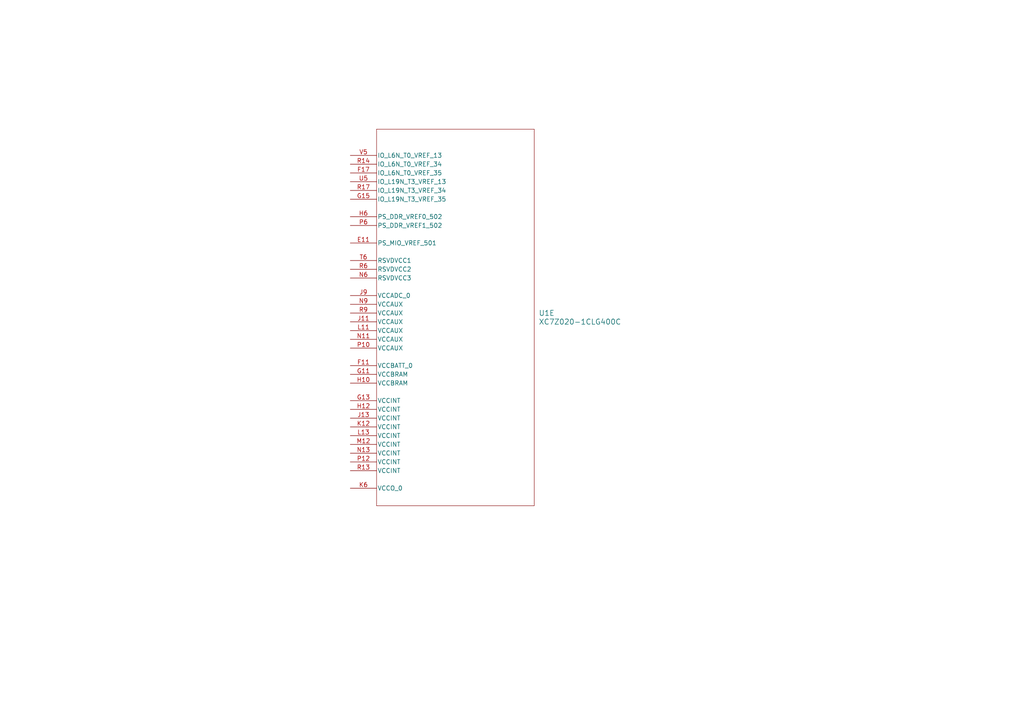
<source format=kicad_sch>
(kicad_sch (version 20231120) (generator "eeschema") (generator_version "8.0")
  (paper "A4")
  (lib_symbols
    (symbol "ZYNC-7020/XC7Z020-1CLG400C:XC7Z020-1CLG400C" (pin_names (offset 0.254))
      (property "Reference" "U" (at 43.18 10.16 0))
      (property "Value" "XC7Z020-1CLG400C" (at 43.18 7.62 0))
      (symbol "XC7Z020-1CLG400C_1_1"
        (polyline (pts (xy 7.62 -91.44) (xy 78.74 -91.44)) (stroke (width 0.127)))
        (polyline (pts (xy 7.62 5.08) (xy 7.62 -91.44)) (stroke (width 0.127)))
        (polyline (pts (xy 78.74 -91.44) (xy 78.74 5.08)) (stroke (width 0.127)))
        (polyline (pts (xy 78.74 5.08) (xy 7.62 5.08)) (stroke (width 0.127)))
        (pin output line (at 86.36 -58.42 180) (length 7.62) (name "PS_DDR_DM0_502") (number "A1"))
        (pin input line (at 0 -12.7 0) (length 7.62) (name "PS_SRST_B_501") (number "B10"))
        (pin output line (at 86.36 -68.58 180) (length 7.62) (name "PS_DDR_DRST_B_502") (number "B4"))
        (pin input line (at 0 -10.16 0) (length 7.62) (name "PS_POR_B_500") (number "C7"))
        (pin output line (at 86.36 -33.02 180) (length 7.62) (name "PS_DDR_A13_502") (number "D4"))
        (pin output line (at 86.36 -30.48 180) (length 7.62) (name "PS_DDR_A12_502") (number "E4"))
        (pin input line (at 0 -7.62 0) (length 7.62) (name "PS_CLK_500") (number "E7"))
        (pin output line (at 86.36 -60.96 180) (length 7.62) (name "PS_DDR_DM1_502") (number "F1"))
        (pin output line (at 86.36 -35.56 180) (length 7.62) (name "PS_DDR_A14_502") (number "F4"))
        (pin output line (at 86.36 -25.4 180) (length 7.62) (name "PS_DDR_A10_502") (number "F5"))
        (pin output line (at 86.36 -86.36 180) (length 7.62) (name "TDO_0") (number "F6"))
        (pin input line (at 0 -15.24 0) (length 7.62) (name "TCK_0") (number "F9"))
        (pin bidirectional line (at 0 -43.18 0) (length 7.62) (name "IO_0_35") (number "G14"))
        (pin output line (at 86.36 -27.94 180) (length 7.62) (name "PS_DDR_A11_502") (number "G4"))
        (pin output line (at 86.36 -76.2 180) (length 7.62) (name "PS_DDR_VRN_502") (number "G5"))
        (pin input line (at 0 -17.78 0) (length 7.62) (name "TDI_0") (number "G6"))
        (pin output line (at 86.36 -78.74 180) (length 7.62) (name "PS_DDR_VRP_502") (number "H5"))
        (pin bidirectional line (at 0 -50.8 0) (length 7.62) (name "IO_25_35") (number "J15"))
        (pin output line (at 86.36 -22.86 180) (length 7.62) (name "PS_DDR_A9_502") (number "J4"))
        (pin output line (at 86.36 -43.18 180) (length 7.62) (name "PS_DDR_BA2_502") (number "J5"))
        (pin input line (at 0 -20.32 0) (length 7.62) (name "TMS_0") (number "J6"))
        (pin output line (at 86.36 -20.32 180) (length 7.62) (name "PS_DDR_A8_502") (number "K1"))
        (pin output line (at 86.36 -2.54 180) (length 7.62) (name "PS_DDR_A1_502") (number "K2"))
        (pin output line (at 86.36 -7.62 180) (length 7.62) (name "PS_DDR_A3_502") (number "K3"))
        (pin output line (at 86.36 -17.78 180) (length 7.62) (name "PS_DDR_A7_502") (number "K4"))
        (pin input line (at 0 -25.4 0) (length 7.62) (name "VP_0") (number "K9"))
        (pin output line (at 86.36 -12.7 180) (length 7.62) (name "PS_DDR_A5_502") (number "L1"))
        (pin input line (at 0 -22.86 0) (length 7.62) (name "VN_0") (number "L10"))
        (pin output line (at 86.36 -53.34 180) (length 7.62) (name "PS_DDR_CKP_502") (number "L2"))
        (pin output line (at 86.36 -15.24 180) (length 7.62) (name "PS_DDR_A6_502") (number "L4"))
        (pin output line (at 86.36 -38.1 180) (length 7.62) (name "PS_DDR_BA0_502") (number "L5"))
        (pin input line (at 0 -5.08 0) (length 7.62) (name "PROGRAM_B_0") (number "L6"))
        (pin unspecified line (at 0 -33.02 0) (length 7.62) (name "DXN_0") (number "M10"))
        (pin output line (at 86.36 -50.8 180) (length 7.62) (name "PS_DDR_CKN_502") (number "M2"))
        (pin output line (at 86.36 -5.08 180) (length 7.62) (name "PS_DDR_A2_502") (number "M3"))
        (pin output line (at 86.36 -10.16 180) (length 7.62) (name "PS_DDR_A4_502") (number "M4"))
        (pin output line (at 86.36 -81.28 180) (length 7.62) (name "PS_DDR_WE_B_502") (number "M5"))
        (pin input line (at 0 0 0) (length 7.62) (name "CFGBVS_0") (number "M6"))
        (pin unspecified line (at 0 -35.56 0) (length 7.62) (name "DXP_0") (number "M9"))
        (pin output line (at 86.36 -55.88 180) (length 7.62) (name "PS_DDR_CS_B_502") (number "N1"))
        (pin output line (at 86.36 0 180) (length 7.62) (name "PS_DDR_A0_502") (number "N2"))
        (pin output line (at 86.36 -48.26 180) (length 7.62) (name "PS_DDR_CKE_502") (number "N3"))
        (pin output line (at 86.36 -71.12 180) (length 7.62) (name "PS_DDR_ODT_502") (number "N5"))
        (pin output line (at 86.36 -73.66 180) (length 7.62) (name "PS_DDR_RAS_B_502") (number "P4"))
        (pin output line (at 86.36 -45.72 180) (length 7.62) (name "PS_DDR_CAS_B_502") (number "P5"))
        (pin bidirectional line (at 0 -2.54 0) (length 7.62) (name "INIT_B_0") (number "R10"))
        (pin bidirectional line (at 0 -30.48 0) (length 7.62) (name "DONE_0") (number "R11"))
        (pin bidirectional line (at 0 -40.64 0) (length 7.62) (name "IO_0_34") (number "R19"))
        (pin output line (at 86.36 -40.64 180) (length 7.62) (name "PS_DDR_BA1_502") (number "R4"))
        (pin output line (at 86.36 -63.5 180) (length 7.62) (name "PS_DDR_DM2_502") (number "T1"))
        (pin bidirectional line (at 0 -48.26 0) (length 7.62) (name "IO_25_34") (number "T19"))
        (pin output line (at 86.36 -66.04 180) (length 7.62) (name "PS_DDR_DM3_502") (number "Y1"))
      )
      (symbol "XC7Z020-1CLG400C_2_1"
        (polyline (pts (xy 7.62 -129.54) (xy 114.3 -129.54)) (stroke (width 0.127)))
        (polyline (pts (xy 7.62 5.08) (xy 7.62 -129.54)) (stroke (width 0.127)))
        (polyline (pts (xy 114.3 -129.54) (xy 114.3 5.08)) (stroke (width 0.127)))
        (polyline (pts (xy 114.3 5.08) (xy 7.62 5.08)) (stroke (width 0.127)))
        (pin bidirectional line (at 121.92 -5.08 180) (length 7.62) (name "IO_L2N_T0_AD8N_35") (number "A20"))
        (pin bidirectional line (at 121.92 -7.62 180) (length 7.62) (name "IO_L2P_T0_AD8P_35") (number "B19"))
        (pin bidirectional line (at 121.92 0 180) (length 7.62) (name "IO_L1N_T0_AD0N_35") (number "B20"))
        (pin bidirectional line (at 121.92 -2.54 180) (length 7.62) (name "IO_L1P_T0_AD0P_35") (number "C20"))
        (pin bidirectional line (at 121.92 -10.16 180) (length 7.62) (name "IO_L3N_T0_DQS_AD1N_35") (number "D18"))
        (pin bidirectional line (at 0 -22.86 0) (length 7.62) (name "IO_L4P_T0_35") (number "D19"))
        (pin bidirectional line (at 0 -17.78 0) (length 7.62) (name "IO_L4N_T0_35") (number "D20"))
        (pin bidirectional line (at 121.92 -12.7 180) (length 7.62) (name "IO_L3P_T0_DQS_AD1P_35") (number "E17"))
        (pin bidirectional line (at 121.92 -17.78 180) (length 7.62) (name "IO_L5P_T0_AD9P_35") (number "E18"))
        (pin bidirectional line (at 121.92 -15.24 180) (length 7.62) (name "IO_L5N_T0_AD9N_35") (number "E19"))
        (pin bidirectional line (at 0 -33.02 0) (length 7.62) (name "IO_L6P_T0_35") (number "F16"))
        (pin bidirectional line (at 121.92 -48.26 180) (length 7.62) (name "IO_L15P_T2_DQS_AD12P_35") (number "F19"))
        (pin bidirectional line (at 121.92 -45.72 180) (length 7.62) (name "IO_L15N_T2_DQS_AD12N_35") (number "F20"))
        (pin bidirectional line (at 121.92 -88.9 180) (length 7.62) (name "IO_L16P_T2_35") (number "G17"))
        (pin bidirectional line (at 121.92 -81.28 180) (length 7.62) (name "IO_L16N_T2_35") (number "G18"))
        (pin bidirectional line (at 121.92 -58.42 180) (length 7.62) (name "IO_L18P_T2_AD13P_35") (number "G19"))
        (pin bidirectional line (at 121.92 -55.88 180) (length 7.62) (name "IO_L18N_T2_AD13N_35") (number "G20"))
        (pin bidirectional line (at 121.92 -116.84 180) (length 7.62) (name "IO_L19P_T3_35") (number "H15"))
        (pin bidirectional line (at 0 -99.06 0) (length 7.62) (name "IO_L13P_T2_MRCC_35") (number "H16"))
        (pin bidirectional line (at 0 -91.44 0) (length 7.62) (name "IO_L13N_T2_MRCC_35") (number "H17"))
        (pin bidirectional line (at 121.92 -40.64 180) (length 7.62) (name "IO_L14N_T2_AD4N_SRCC_35") (number "H18"))
        (pin bidirectional line (at 121.92 -50.8 180) (length 7.62) (name "IO_L17N_T2_AD5N_35") (number "H20"))
        (pin bidirectional line (at 121.92 -60.96 180) (length 7.62) (name "IO_L20N_T3_AD6N_35") (number "J14"))
        (pin bidirectional line (at 121.92 -76.2 180) (length 7.62) (name "IO_L24N_T3_AD15N_35") (number "J16"))
        (pin bidirectional line (at 121.92 -43.18 180) (length 7.62) (name "IO_L14P_T2_AD4P_SRCC_35") (number "J18"))
        (pin bidirectional line (at 121.92 -35.56 180) (length 7.62) (name "IO_L10N_T1_AD11N_35") (number "J19"))
        (pin bidirectional line (at 121.92 -53.34 180) (length 7.62) (name "IO_L17P_T2_AD5P_35") (number "J20"))
        (pin bidirectional line (at 121.92 -63.5 180) (length 7.62) (name "IO_L20P_T3_AD6P_35") (number "K14"))
        (pin bidirectional line (at 121.92 -78.74 180) (length 7.62) (name "IO_L24P_T3_AD15P_35") (number "K16"))
        (pin bidirectional line (at 0 -83.82 0) (length 7.62) (name "IO_L12P_T1_MRCC_35") (number "K17"))
        (pin bidirectional line (at 0 -76.2 0) (length 7.62) (name "IO_L12N_T1_MRCC_35") (number "K18"))
        (pin bidirectional line (at 121.92 -38.1 180) (length 7.62) (name "IO_L10P_T1_AD11P_35") (number "K19"))
        (pin bidirectional line (at 121.92 -73.66 180) (length 7.62) (name "IO_L22P_T3_AD7P_35") (number "L14"))
        (pin bidirectional line (at 121.92 -71.12 180) (length 7.62) (name "IO_L22N_T3_AD7N_35") (number "L15"))
        (pin bidirectional line (at 0 -68.58 0) (length 7.62) (name "IO_L11P_T1_SRCC_35") (number "L16"))
        (pin bidirectional line (at 0 -60.96 0) (length 7.62) (name "IO_L11N_T1_SRCC_35") (number "L17"))
        (pin bidirectional line (at 121.92 -33.02 180) (length 7.62) (name "IO_L9P_T1_DQS_AD3P_35") (number "L19"))
        (pin bidirectional line (at 121.92 -30.48 180) (length 7.62) (name "IO_L9N_T1_DQS_AD3N_35") (number "L20"))
        (pin bidirectional line (at 121.92 -27.94 180) (length 7.62) (name "IO_L8P_T1_AD10P_35") (number "M17"))
        (pin bidirectional line (at 121.92 -25.4 180) (length 7.62) (name "IO_L8N_T1_AD10N_35") (number "M18"))
        (pin bidirectional line (at 121.92 -22.86 180) (length 7.62) (name "IO_L7P_T1_AD2P_35") (number "M19"))
        (pin bidirectional line (at 121.92 -20.32 180) (length 7.62) (name "IO_L7N_T1_AD2N_35") (number "M20"))
        (pin bidirectional line (at 121.92 -68.58 180) (length 7.62) (name "IO_L21P_T3_DQS_AD14P_35") (number "N15"))
        (pin bidirectional line (at 121.92 -66.04 180) (length 7.62) (name "IO_L21N_T3_DQS_AD14N_35") (number "N16"))
        (pin bidirectional line (at 0 -96.52 0) (length 7.62) (name "IO_L13P_T2_MRCC_34") (number "N18"))
        (pin bidirectional line (at 0 -109.22 0) (length 7.62) (name "IO_L14P_T2_SRCC_34") (number "N20"))
        (pin bidirectional line (at 0 -30.48 0) (length 7.62) (name "IO_L6P_T0_34") (number "P14"))
        (pin bidirectional line (at 0 -88.9 0) (length 7.62) (name "IO_L13N_T2_MRCC_34") (number "P19"))
        (pin bidirectional line (at 0 -104.14 0) (length 7.62) (name "IO_L14N_T2_SRCC_34") (number "P20"))
        (pin bidirectional line (at 121.92 -114.3 180) (length 7.62) (name "IO_L19P_T3_34") (number "R16"))
        (pin bidirectional line (at 121.92 -121.92 180) (length 7.62) (name "IO_L20N_T3_34") (number "R18"))
        (pin bidirectional line (at 0 0 0) (length 7.62) (name "IO_L1N_T0_34") (number "T10"))
        (pin bidirectional line (at 0 -2.54 0) (length 7.62) (name "IO_L1P_T0_34") (number "T11"))
        (pin bidirectional line (at 0 -7.62 0) (length 7.62) (name "IO_L2P_T0_34") (number "T12"))
        (pin bidirectional line (at 0 -27.94 0) (length 7.62) (name "IO_L5P_T0_34") (number "T14"))
        (pin bidirectional line (at 0 -25.4 0) (length 7.62) (name "IO_L5N_T0_34") (number "T15"))
        (pin bidirectional line (at 0 -48.26 0) (length 7.62) (name "IO_L9P_T1_DQS_34") (number "T16"))
        (pin bidirectional line (at 0 -119.38 0) (length 7.62) (name "IO_L15P_T2_DQS_34") (number "T20"))
        (pin bidirectional line (at 121.92 -111.76 180) (length 7.62) (name "IO_L19P_T3_13") (number "T5"))
        (pin bidirectional line (at 0 -78.74 0) (length 7.62) (name "IO_L12P_T1_MRCC_13") (number "T9"))
        (pin bidirectional line (at 0 -71.12 0) (length 7.62) (name "IO_L12N_T1_MRCC_13") (number "U10"))
        (pin bidirectional line (at 0 -5.08 0) (length 7.62) (name "IO_L2N_T0_34") (number "U12"))
        (pin bidirectional line (at 0 -12.7 0) (length 7.62) (name "IO_L3P_T0_DQS_PUDC_B_34") (number "U13"))
        (pin bidirectional line (at 0 -66.04 0) (length 7.62) (name "IO_L11P_T1_SRCC_34") (number "U14"))
        (pin bidirectional line (at 0 -58.42 0) (length 7.62) (name "IO_L11N_T1_SRCC_34") (number "U15"))
        (pin bidirectional line (at 0 -45.72 0) (length 7.62) (name "IO_L9N_T1_DQS_34") (number "U17"))
        (pin bidirectional line (at 0 -81.28 0) (length 7.62) (name "IO_L12P_T1_MRCC_34") (number "U18"))
        (pin bidirectional line (at 0 -73.66 0) (length 7.62) (name "IO_L12N_T1_MRCC_34") (number "U19"))
        (pin bidirectional line (at 0 -114.3 0) (length 7.62) (name "IO_L15N_T2_DQS_34") (number "U20"))
        (pin bidirectional line (at 0 -63.5 0) (length 7.62) (name "IO_L11P_T1_SRCC_13") (number "U7"))
        (pin bidirectional line (at 121.92 -91.44 180) (length 7.62) (name "IO_L17N_T2_13") (number "U8"))
        (pin bidirectional line (at 121.92 -96.52 180) (length 7.62) (name "IO_L17P_T2_13") (number "U9"))
        (pin bidirectional line (at 0 -20.32 0) (length 7.62) (name "IO_L4P_T0_34") (number "V12"))
        (pin bidirectional line (at 0 -10.16 0) (length 7.62) (name "IO_L3N_T0_DQS_34") (number "V13"))
        (pin bidirectional line (at 0 -53.34 0) (length 7.62) (name "IO_L10P_T1_34") (number "V15"))
        (pin bidirectional line (at 121.92 -109.22 180) (length 7.62) (name "IO_L18P_T2_34") (number "V16"))
        (pin bidirectional line (at 121.92 -86.36 180) (length 7.62) (name "IO_L16P_T2_34") (number "V20"))
        (pin bidirectional line (at 0 -55.88 0) (length 7.62) (name "IO_L11N_T1_SRCC_13") (number "V7"))
        (pin bidirectional line (at 0 -116.84 0) (length 7.62) (name "IO_L15P_T2_DQS_13") (number "V8"))
        (pin bidirectional line (at 121.92 -83.82 180) (length 7.62) (name "IO_L16P_T2_13") (number "W10"))
        (pin bidirectional line (at 121.92 -106.68 180) (length 7.62) (name "IO_L18P_T2_13") (number "W11"))
        (pin bidirectional line (at 0 -15.24 0) (length 7.62) (name "IO_L4N_T0_34") (number "W13"))
        (pin bidirectional line (at 0 -43.18 0) (length 7.62) (name "IO_L8P_T1_34") (number "W14"))
        (pin bidirectional line (at 0 -50.8 0) (length 7.62) (name "IO_L10N_T1_34") (number "W15"))
        (pin bidirectional line (at 121.92 -104.14 180) (length 7.62) (name "IO_L18N_T2_34") (number "W16"))
        (pin bidirectional line (at 0 -124.46 0) (length 7.62) (name "IO_L16N_T2_34") (number "W20"))
        (pin bidirectional line (at 0 -111.76 0) (length 7.62) (name "IO_L15N_T2_DQS_13") (number "W8"))
        (pin bidirectional line (at 0 -121.92 0) (length 7.62) (name "IO_L16N_T2_13") (number "W9"))
        (pin bidirectional line (at 121.92 -101.6 180) (length 7.62) (name "IO_L18N_T2_13") (number "Y11"))
        (pin bidirectional line (at 121.92 -124.46 180) (length 7.62) (name "IO_L20P_T3_13") (number "Y12"))
        (pin bidirectional line (at 121.92 -119.38 180) (length 7.62) (name "IO_L20N_T3_13") (number "Y13"))
        (pin bidirectional line (at 0 -40.64 0) (length 7.62) (name "IO_L8N_T1_34") (number "Y14"))
        (pin bidirectional line (at 0 -38.1 0) (length 7.62) (name "IO_L7P_T1_34") (number "Y16"))
        (pin bidirectional line (at 0 -35.56 0) (length 7.62) (name "IO_L7N_T1_34") (number "Y17"))
        (pin bidirectional line (at 121.92 -99.06 180) (length 7.62) (name "IO_L17P_T2_34") (number "Y18"))
        (pin bidirectional line (at 121.92 -93.98 180) (length 7.62) (name "IO_L17N_T2_34") (number "Y19"))
        (pin bidirectional line (at 0 -86.36 0) (length 7.62) (name "IO_L13N_T2_MRCC_13") (number "Y6"))
        (pin bidirectional line (at 0 -93.98 0) (length 7.62) (name "IO_L13P_T2_MRCC_13") (number "Y7"))
        (pin bidirectional line (at 0 -101.6 0) (length 7.62) (name "IO_L14N_T2_SRCC_13") (number "Y8"))
        (pin bidirectional line (at 0 -106.68 0) (length 7.62) (name "IO_L14P_T2_SRCC_13") (number "Y9"))
      )
      (symbol "XC7Z020-1CLG400C_3_1"
        (polyline (pts (xy 7.62 -129.54) (xy 88.9 -129.54)) (stroke (width 0.127)))
        (polyline (pts (xy 7.62 5.08) (xy 7.62 -129.54)) (stroke (width 0.127)))
        (polyline (pts (xy 88.9 -129.54) (xy 88.9 5.08)) (stroke (width 0.127)))
        (polyline (pts (xy 88.9 5.08) (xy 7.62 5.08)) (stroke (width 0.127)))
        (pin bidirectional line (at 96.52 -106.68 180) (length 7.62) (name "PS_MIO37_501") (number "A10"))
        (pin bidirectional line (at 96.52 -104.14 180) (length 7.62) (name "PS_MIO36_501") (number "A11"))
        (pin bidirectional line (at 96.52 -99.06 180) (length 7.62) (name "PS_MIO34_501") (number "A12"))
        (pin bidirectional line (at 96.52 -93.98 180) (length 7.62) (name "PS_MIO32_501") (number "A14"))
        (pin bidirectional line (at 96.52 -78.74 180) (length 7.62) (name "PS_MIO26_501") (number "A15"))
        (pin bidirectional line (at 96.52 -73.66 180) (length 7.62) (name "PS_MIO24_501") (number "A16"))
        (pin bidirectional line (at 96.52 -63.5 180) (length 7.62) (name "PS_MIO20_501") (number "A17"))
        (pin bidirectional line (at 96.52 -53.34 180) (length 7.62) (name "PS_MIO16_501") (number "A19"))
        (pin bidirectional line (at 0 -43.18 0) (length 7.62) (name "PS_DDR_DQ2_502") (number "A2"))
        (pin bidirectional line (at 0 -45.72 0) (length 7.62) (name "PS_DDR_DQ3_502") (number "A4"))
        (pin bidirectional line (at 96.52 -27.94 180) (length 7.62) (name "PS_MIO6_500") (number "A5"))
        (pin bidirectional line (at 96.52 -25.4 180) (length 7.62) (name "PS_MIO5_500") (number "A6"))
        (pin bidirectional line (at 96.52 -15.24 180) (length 7.62) (name "PS_MIO1_500") (number "A7"))
        (pin bidirectional line (at 96.52 -121.92 180) (length 7.62) (name "PS_MIO43_501") (number "A9"))
        (pin bidirectional line (at 96.52 -68.58 180) (length 7.62) (name "PS_MIO22_501") (number "B17"))
        (pin bidirectional line (at 96.52 -58.42 180) (length 7.62) (name "PS_MIO18_501") (number "B18"))
        (pin bidirectional line (at 0 -119.38 0) (length 7.62) (name "PS_DDR_DQS_N0_502") (number "B2"))
        (pin bidirectional line (at 0 -40.64 0) (length 7.62) (name "PS_DDR_DQ1_502") (number "B3"))
        (pin bidirectional line (at 96.52 -35.56 180) (length 7.62) (name "PS_MIO9_500") (number "B5"))
        (pin bidirectional line (at 96.52 -22.86 180) (length 7.62) (name "PS_MIO4_500") (number "B7"))
        (pin bidirectional line (at 96.52 -17.78 180) (length 7.62) (name "PS_MIO2_500") (number "B8"))
        (pin bidirectional line (at 0 -53.34 0) (length 7.62) (name "PS_DDR_DQ6_502") (number "C1"))
        (pin bidirectional line (at 96.52 -86.36 180) (length 7.62) (name "PS_MIO29_501") (number "C13"))
        (pin bidirectional line (at 96.52 -88.9 180) (length 7.62) (name "PS_MIO30_501") (number "C15"))
        (pin bidirectional line (at 96.52 -83.82 180) (length 7.62) (name "PS_MIO28_501") (number "C16"))
        (pin bidirectional line (at 96.52 -116.84 180) (length 7.62) (name "PS_MIO41_501") (number "C17"))
        (pin bidirectional line (at 96.52 -111.76 180) (length 7.62) (name "PS_MIO39_501") (number "C18"))
        (pin bidirectional line (at 96.52 -2.54 180) (length 7.62) (name "PS_DDR_DQS_P0_502") (number "C2"))
        (pin bidirectional line (at 0 -38.1 0) (length 7.62) (name "PS_DDR_DQ0_502") (number "C3"))
        (pin bidirectional line (at 96.52 -48.26 180) (length 7.62) (name "PS_MIO14_500") (number "C5"))
        (pin bidirectional line (at 96.52 -40.64 180) (length 7.62) (name "PS_MIO11_500") (number "C6"))
        (pin bidirectional line (at 96.52 -50.8 180) (length 7.62) (name "PS_MIO15_500") (number "C8"))
        (pin bidirectional line (at 0 -50.8 0) (length 7.62) (name "PS_DDR_DQ5_502") (number "D1"))
        (pin bidirectional line (at 96.52 -60.96 180) (length 7.62) (name "PS_MIO19_501") (number "D10"))
        (pin bidirectional line (at 96.52 -71.12 180) (length 7.62) (name "PS_MIO23_501") (number "D11"))
        (pin bidirectional line (at 96.52 -81.28 180) (length 7.62) (name "PS_MIO27_501") (number "D13"))
        (pin bidirectional line (at 96.52 -114.3 180) (length 7.62) (name "PS_MIO40_501") (number "D14"))
        (pin bidirectional line (at 96.52 -96.52 180) (length 7.62) (name "PS_MIO33_501") (number "D15"))
        (pin bidirectional line (at 0 -48.26 0) (length 7.62) (name "PS_DDR_DQ4_502") (number "D3"))
        (pin bidirectional line (at 96.52 -33.02 180) (length 7.62) (name "PS_MIO8_500") (number "D5"))
        (pin bidirectional line (at 96.52 -20.32 180) (length 7.62) (name "PS_MIO3_500") (number "D6"))
        (pin bidirectional line (at 96.52 -30.48 180) (length 7.62) (name "PS_MIO7_500") (number "D8"))
        (pin bidirectional line (at 96.52 -43.18 180) (length 7.62) (name "PS_MIO12_500") (number "D9"))
        (pin bidirectional line (at 0 -55.88 0) (length 7.62) (name "PS_DDR_DQ7_502") (number "E1"))
        (pin bidirectional line (at 96.52 -119.38 180) (length 7.62) (name "PS_MIO42_501") (number "E12"))
        (pin bidirectional line (at 96.52 -109.22 180) (length 7.62) (name "PS_MIO38_501") (number "E13"))
        (pin bidirectional line (at 96.52 -55.88 180) (length 7.62) (name "PS_MIO17_501") (number "E14"))
        (pin bidirectional line (at 96.52 -91.44 180) (length 7.62) (name "PS_MIO31_501") (number "E16"))
        (pin bidirectional line (at 0 -58.42 0) (length 7.62) (name "PS_DDR_DQ8_502") (number "E2"))
        (pin bidirectional line (at 0 -60.96 0) (length 7.62) (name "PS_DDR_DQ9_502") (number "E3"))
        (pin bidirectional line (at 96.52 -12.7 180) (length 7.62) (name "PS_MIO0_500") (number "E6"))
        (pin bidirectional line (at 96.52 -45.72 180) (length 7.62) (name "PS_MIO13_500") (number "E8"))
        (pin bidirectional line (at 96.52 -38.1 180) (length 7.62) (name "PS_MIO10_500") (number "E9"))
        (pin bidirectional line (at 96.52 -101.6 180) (length 7.62) (name "PS_MIO35_501") (number "F12"))
        (pin bidirectional line (at 96.52 -124.46 180) (length 7.62) (name "PS_MIO44_501") (number "F13"))
        (pin bidirectional line (at 96.52 -66.04 180) (length 7.62) (name "PS_MIO21_501") (number "F14"))
        (pin bidirectional line (at 96.52 -76.2 180) (length 7.62) (name "PS_MIO25_501") (number "F15"))
        (pin bidirectional line (at 0 -121.92 0) (length 7.62) (name "PS_DDR_DQS_N1_502") (number "F2"))
        (pin bidirectional line (at 96.52 -5.08 180) (length 7.62) (name "PS_DDR_DQS_P1_502") (number "G2"))
        (pin bidirectional line (at 0 -63.5 0) (length 7.62) (name "PS_DDR_DQ10_502") (number "G3"))
        (pin bidirectional line (at 0 -73.66 0) (length 7.62) (name "PS_DDR_DQ14_502") (number "H1"))
        (pin bidirectional line (at 0 -71.12 0) (length 7.62) (name "PS_DDR_DQ13_502") (number "H2"))
        (pin bidirectional line (at 0 -66.04 0) (length 7.62) (name "PS_DDR_DQ11_502") (number "H3"))
        (pin bidirectional line (at 0 -76.2 0) (length 7.62) (name "PS_DDR_DQ15_502") (number "J1"))
        (pin bidirectional line (at 0 -68.58 0) (length 7.62) (name "PS_DDR_DQ12_502") (number "J3"))
        (pin bidirectional line (at 0 -30.48 0) (length 7.62) (name "IO_L23P_T3_35") (number "M14"))
        (pin bidirectional line (at 0 -25.4 0) (length 7.62) (name "IO_L23N_T3_35") (number "M15"))
        (pin bidirectional line (at 0 -27.94 0) (length 7.62) (name "IO_L23P_T3_34") (number "N17"))
        (pin bidirectional line (at 0 -78.74 0) (length 7.62) (name "PS_DDR_DQ16_502") (number "P1"))
        (pin bidirectional line (at 0 -35.56 0) (length 7.62) (name "IO_L24P_T3_34") (number "P15"))
        (pin bidirectional line (at 0 -33.02 0) (length 7.62) (name "IO_L24N_T3_34") (number "P16"))
        (pin bidirectional line (at 0 -22.86 0) (length 7.62) (name "IO_L23N_T3_34") (number "P18"))
        (pin bidirectional line (at 0 -81.28 0) (length 7.62) (name "PS_DDR_DQ17_502") (number "P3"))
        (pin bidirectional line (at 0 -86.36 0) (length 7.62) (name "PS_DDR_DQ19_502") (number "R1"))
        (pin bidirectional line (at 96.52 -7.62 180) (length 7.62) (name "PS_DDR_DQS_P2_502") (number "R2"))
        (pin bidirectional line (at 0 -83.82 0) (length 7.62) (name "PS_DDR_DQ18_502") (number "R3"))
        (pin bidirectional line (at 0 0 0) (length 7.62) (name "IO_L20P_T3_34") (number "T17"))
        (pin bidirectional line (at 0 -124.46 0) (length 7.62) (name "PS_DDR_DQS_N2_502") (number "T2"))
        (pin bidirectional line (at 0 -88.9 0) (length 7.62) (name "PS_DDR_DQ20_502") (number "T4"))
        (pin bidirectional line (at 0 -93.98 0) (length 7.62) (name "PS_DDR_DQ22_502") (number "U2"))
        (pin bidirectional line (at 0 -96.52 0) (length 7.62) (name "PS_DDR_DQ23_502") (number "U3"))
        (pin bidirectional line (at 0 -91.44 0) (length 7.62) (name "PS_DDR_DQ21_502") (number "U4"))
        (pin bidirectional line (at 0 -99.06 0) (length 7.62) (name "PS_DDR_DQ24_502") (number "V1"))
        (pin bidirectional line (at 0 -2.54 0) (length 7.62) (name "IO_L21N_T3_DQS_13") (number "V10"))
        (pin bidirectional line (at 0 -7.62 0) (length 7.62) (name "IO_L21P_T3_DQS_13") (number "V11"))
        (pin bidirectional line (at 0 -10.16 0) (length 7.62) (name "IO_L21P_T3_DQS_34") (number "V17"))
        (pin bidirectional line (at 0 -5.08 0) (length 7.62) (name "IO_L21N_T3_DQS_34") (number "V18"))
        (pin bidirectional line (at 0 -114.3 0) (length 7.62) (name "PS_DDR_DQ30_502") (number "V2"))
        (pin bidirectional line (at 0 -116.84 0) (length 7.62) (name "PS_DDR_DQ31_502") (number "V3"))
        (pin bidirectional line (at 0 -17.78 0) (length 7.62) (name "IO_L22P_T3_13") (number "V6"))
        (pin bidirectional line (at 0 -104.14 0) (length 7.62) (name "PS_DDR_DQ26_502") (number "W1"))
        (pin bidirectional line (at 0 -20.32 0) (length 7.62) (name "IO_L22P_T3_34") (number "W18"))
        (pin bidirectional line (at 0 -15.24 0) (length 7.62) (name "IO_L22N_T3_34") (number "W19"))
        (pin bidirectional line (at 0 -111.76 0) (length 7.62) (name "PS_DDR_DQ29_502") (number "W3"))
        (pin bidirectional line (at 96.52 0 180) (length 7.62) (name "PS_DDR_DQS_N3_502") (number "W4"))
        (pin bidirectional line (at 96.52 -10.16 180) (length 7.62) (name "PS_DDR_DQS_P3_502") (number "W5"))
        (pin bidirectional line (at 0 -12.7 0) (length 7.62) (name "IO_L22N_T3_13") (number "W6"))
        (pin bidirectional line (at 0 -109.22 0) (length 7.62) (name "PS_DDR_DQ28_502") (number "Y2"))
        (pin bidirectional line (at 0 -101.6 0) (length 7.62) (name "PS_DDR_DQ25_502") (number "Y3"))
        (pin bidirectional line (at 0 -106.68 0) (length 7.62) (name "PS_DDR_DQ27_502") (number "Y4"))
      )
      (symbol "XC7Z020-1CLG400C_4_1"
        (polyline (pts (xy 7.62 -25.4) (xy 43.18 -25.4)) (stroke (width 0.127)))
        (polyline (pts (xy 7.62 5.08) (xy 7.62 -25.4)) (stroke (width 0.127)))
        (polyline (pts (xy 43.18 -25.4) (xy 43.18 5.08)) (stroke (width 0.127)))
        (polyline (pts (xy 43.18 5.08) (xy 7.62 5.08)) (stroke (width 0.127)))
        (pin bidirectional line (at 0 -7.62 0) (length 7.62) (name "PS_MIO48_501") (number "B12"))
        (pin bidirectional line (at 0 -12.7 0) (length 7.62) (name "PS_MIO50_501") (number "B13"))
        (pin bidirectional line (at 0 -5.08 0) (length 7.62) (name "PS_MIO47_501") (number "B14"))
        (pin bidirectional line (at 0 0 0) (length 7.62) (name "PS_MIO45_501") (number "B15"))
        (pin bidirectional line (at 0 -15.24 0) (length 7.62) (name "PS_MIO51_501") (number "B9"))
        (pin bidirectional line (at 0 -17.78 0) (length 7.62) (name "PS_MIO52_501") (number "C10"))
        (pin bidirectional line (at 0 -20.32 0) (length 7.62) (name "PS_MIO53_501") (number "C11"))
        (pin bidirectional line (at 0 -10.16 0) (length 7.62) (name "PS_MIO49_501") (number "C12"))
        (pin bidirectional line (at 0 -2.54 0) (length 7.62) (name "PS_MIO46_501") (number "D16"))
      )
      (symbol "XC7Z020-1CLG400C_5_1"
        (polyline (pts (xy 7.62 -101.6) (xy 53.34 -101.6)) (stroke (width 0.127)))
        (polyline (pts (xy 7.62 7.62) (xy 7.62 -101.6)) (stroke (width 0.127)))
        (polyline (pts (xy 53.34 -101.6) (xy 53.34 7.62)) (stroke (width 0.127)))
        (polyline (pts (xy 53.34 7.62) (xy 7.62 7.62)) (stroke (width 0.127)))
        (pin power_in line (at 0 -25.4 0) (length 7.62) (name "PS_MIO_VREF_501") (number "E11"))
        (pin power_in line (at 0 -60.96 0) (length 7.62) (name "VCCBATT_0") (number "F11"))
        (pin bidirectional line (at 0 -5.08 0) (length 7.62) (name "IO_L6N_T0_VREF_35") (number "F17"))
        (pin power_in line (at 0 -63.5 0) (length 7.62) (name "VCCBRAM") (number "G11"))
        (pin power_in line (at 0 -71.12 0) (length 7.62) (name "VCCINT") (number "G13"))
        (pin bidirectional line (at 0 -12.7 0) (length 7.62) (name "IO_L19N_T3_VREF_35") (number "G15"))
        (pin power_in line (at 0 -66.04 0) (length 7.62) (name "VCCBRAM") (number "H10"))
        (pin power_in line (at 0 -73.66 0) (length 7.62) (name "VCCINT") (number "H12"))
        (pin power_in line (at 0 -17.78 0) (length 7.62) (name "PS_DDR_VREF0_502") (number "H6"))
        (pin power_in line (at 0 -48.26 0) (length 7.62) (name "VCCAUX") (number "J11"))
        (pin power_in line (at 0 -76.2 0) (length 7.62) (name "VCCINT") (number "J13"))
        (pin power_in line (at 0 -40.64 0) (length 7.62) (name "VCCADC_0") (number "J9"))
        (pin power_in line (at 0 -78.74 0) (length 7.62) (name "VCCINT") (number "K12"))
        (pin power_in line (at 0 -96.52 0) (length 7.62) (name "VCCO_0") (number "K6"))
        (pin power_in line (at 0 -50.8 0) (length 7.62) (name "VCCAUX") (number "L11"))
        (pin power_in line (at 0 -81.28 0) (length 7.62) (name "VCCINT") (number "L13"))
        (pin power_in line (at 0 -83.82 0) (length 7.62) (name "VCCINT") (number "M12"))
        (pin power_in line (at 0 -53.34 0) (length 7.62) (name "VCCAUX") (number "N11"))
        (pin power_in line (at 0 -86.36 0) (length 7.62) (name "VCCINT") (number "N13"))
        (pin power_in line (at 0 -35.56 0) (length 7.62) (name "RSVDVCC3") (number "N6"))
        (pin power_in line (at 0 -43.18 0) (length 7.62) (name "VCCAUX") (number "N9"))
        (pin power_in line (at 0 -55.88 0) (length 7.62) (name "VCCAUX") (number "P10"))
        (pin power_in line (at 0 -88.9 0) (length 7.62) (name "VCCINT") (number "P12"))
        (pin power_in line (at 0 -20.32 0) (length 7.62) (name "PS_DDR_VREF1_502") (number "P6"))
        (pin power_in line (at 0 -91.44 0) (length 7.62) (name "VCCINT") (number "R13"))
        (pin bidirectional line (at 0 -2.54 0) (length 7.62) (name "IO_L6N_T0_VREF_34") (number "R14"))
        (pin bidirectional line (at 0 -10.16 0) (length 7.62) (name "IO_L19N_T3_VREF_34") (number "R17"))
        (pin power_in line (at 0 -33.02 0) (length 7.62) (name "RSVDVCC2") (number "R6"))
        (pin power_in line (at 0 -45.72 0) (length 7.62) (name "VCCAUX") (number "R9"))
        (pin power_in line (at 0 -30.48 0) (length 7.62) (name "RSVDVCC1") (number "T6"))
        (pin bidirectional line (at 0 -7.62 0) (length 7.62) (name "IO_L19N_T3_VREF_13") (number "U5"))
        (pin bidirectional line (at 0 0 0) (length 7.62) (name "IO_L6N_T0_VREF_13") (number "V5"))
      )
      (symbol "XC7Z020-1CLG400C_6_1"
        (polyline (pts (xy 7.62 -132.08) (xy 43.18 -132.08)) (stroke (width 0.127)))
        (polyline (pts (xy 7.62 5.08) (xy 7.62 -132.08)) (stroke (width 0.127)))
        (polyline (pts (xy 43.18 -132.08) (xy 43.18 5.08)) (stroke (width 0.127)))
        (polyline (pts (xy 43.18 5.08) (xy 7.62 5.08)) (stroke (width 0.127)))
        (pin power_in line (at 0 -71.12 0) (length 7.62) (name "VCCO_MIO1_501") (number "A13"))
        (pin power_in line (at 0 -40.64 0) (length 7.62) (name "VCCO_DDR_502") (number "A3"))
        (pin power_out line (at 0 -124.46 0) (length 7.62) (name "GND") (number "A8"))
        (pin power_out line (at 0 -127 0) (length 7.62) (name "GND") (number "B1"))
        (pin power_in line (at 0 -73.66 0) (length 7.62) (name "VCCO_MIO1_501") (number "B16"))
        (pin power_in line (at 0 -66.04 0) (length 7.62) (name "VCCO_MIO0_500") (number "B6"))
        (pin power_in line (at 0 -25.4 0) (length 7.62) (name "VCCO_35") (number "C19"))
        (pin power_in line (at 0 -76.2 0) (length 7.62) (name "VCCO_MIO1_501") (number "D12"))
        (pin power_in line (at 0 -43.18 0) (length 7.62) (name "VCCO_DDR_502") (number "D2"))
        (pin power_in line (at 0 -68.58 0) (length 7.62) (name "VCCO_MIO0_500") (number "D7"))
        (pin power_in line (at 0 -78.74 0) (length 7.62) (name "VCCO_MIO1_501") (number "E15"))
        (pin power_in line (at 0 -45.72 0) (length 7.62) (name "VCCO_DDR_502") (number "E5"))
        (pin power_in line (at 0 -27.94 0) (length 7.62) (name "VCCO_35") (number "F18"))
        (pin power_in line (at 0 -83.82 0) (length 7.62) (name "VCCPAUX") (number "F8"))
        (pin power_in line (at 0 -48.26 0) (length 7.62) (name "VCCO_DDR_502") (number "G1"))
        (pin power_in line (at 0 -96.52 0) (length 7.62) (name "VCCPINT") (number "G7"))
        (pin power_in line (at 0 -111.76 0) (length 7.62) (name "VCCPLL") (number "G8"))
        (pin power_in line (at 0 -86.36 0) (length 7.62) (name "VCCPAUX") (number "G9"))
        (pin power_in line (at 0 -30.48 0) (length 7.62) (name "VCCO_35") (number "H14"))
        (pin power_in line (at 0 -50.8 0) (length 7.62) (name "VCCO_DDR_502") (number "H4"))
        (pin power_in line (at 0 -88.9 0) (length 7.62) (name "VCCPAUX") (number "H8"))
        (pin power_in line (at 0 -33.02 0) (length 7.62) (name "VCCO_35") (number "J17"))
        (pin power_in line (at 0 -99.06 0) (length 7.62) (name "VCCPINT") (number "J7"))
        (pin power_in line (at 0 -116.84 0) (length 7.62) (name "VREFN_0") (number "K10"))
        (pin power_in line (at 0 -35.56 0) (length 7.62) (name "VCCO_35") (number "K20"))
        (pin power_in line (at 0 -91.44 0) (length 7.62) (name "VCCPAUX") (number "K8"))
        (pin power_in line (at 0 -53.34 0) (length 7.62) (name "VCCO_DDR_502") (number "L3"))
        (pin power_in line (at 0 -101.6 0) (length 7.62) (name "VCCPINT") (number "L7"))
        (pin power_in line (at 0 -119.38 0) (length 7.62) (name "VREFP_0") (number "L9"))
        (pin power_in line (at 0 -38.1 0) (length 7.62) (name "VCCO_35") (number "M16"))
        (pin power_in line (at 0 -93.98 0) (length 7.62) (name "VCCPAUX") (number "M8"))
        (pin power_in line (at 0 -10.16 0) (length 7.62) (name "VCCO_34") (number "N19"))
        (pin power_in line (at 0 -104.14 0) (length 7.62) (name "VCCPINT") (number "N7"))
        (pin power_in line (at 0 -55.88 0) (length 7.62) (name "VCCO_DDR_502") (number "P2"))
        (pin power_in line (at 0 -106.68 0) (length 7.62) (name "VCCPINT") (number "P8"))
        (pin power_in line (at 0 -12.7 0) (length 7.62) (name "VCCO_34") (number "R15"))
        (pin power_in line (at 0 -58.42 0) (length 7.62) (name "VCCO_DDR_502") (number "R5"))
        (pin power_in line (at 0 -109.22 0) (length 7.62) (name "VCCPINT") (number "R7"))
        (pin power_in line (at 0 -15.24 0) (length 7.62) (name "VCCO_34") (number "T18"))
        (pin power_in line (at 0 0 0) (length 7.62) (name "VCCO_13") (number "T8"))
        (pin power_in line (at 0 -60.96 0) (length 7.62) (name "VCCO_DDR_502") (number "U1"))
        (pin power_in line (at 0 -5.08 0) (length 7.62) (name "VCCO_13") (number "U11"))
        (pin power_in line (at 0 -17.78 0) (length 7.62) (name "VCCO_34") (number "V14"))
        (pin power_in line (at 0 -63.5 0) (length 7.62) (name "VCCO_DDR_502") (number "V4"))
        (pin power_in line (at 0 -20.32 0) (length 7.62) (name "VCCO_34") (number "W17"))
        (pin power_in line (at 0 -2.54 0) (length 7.62) (name "VCCO_13") (number "W7"))
        (pin power_in line (at 0 -7.62 0) (length 7.62) (name "VCCO_13") (number "Y10"))
        (pin power_in line (at 0 -22.86 0) (length 7.62) (name "VCCO_34") (number "Y20"))
      )
      (symbol "XC7Z020-1CLG400C_7_1"
        (polyline (pts (xy 7.62 -132.08) (xy 33.02 -132.08)) (stroke (width 0.127)))
        (polyline (pts (xy 7.62 5.08) (xy 7.62 -132.08)) (stroke (width 0.127)))
        (polyline (pts (xy 33.02 -132.08) (xy 33.02 5.08)) (stroke (width 0.127)))
        (polyline (pts (xy 33.02 5.08) (xy 7.62 5.08)) (stroke (width 0.127)))
        (pin power_out line (at 0 -60.96 0) (length 7.62) (name "GND") (number "A18"))
        (pin power_out line (at 0 -63.5 0) (length 7.62) (name "GND") (number "B11"))
        (pin power_out line (at 0 -66.04 0) (length 7.62) (name "GND") (number "C14"))
        (pin power_out line (at 0 0 0) (length 7.62) (name "GND") (number "C4"))
        (pin power_out line (at 0 -2.54 0) (length 7.62) (name "GND") (number "C9"))
        (pin power_out line (at 0 -68.58 0) (length 7.62) (name "GND") (number "D17"))
        (pin power_out line (at 0 -71.12 0) (length 7.62) (name "GND") (number "E10"))
        (pin power_out line (at 0 -73.66 0) (length 7.62) (name "GND") (number "E20"))
        (pin power_out line (at 0 -5.08 0) (length 7.62) (name "GND") (number "F3"))
        (pin power_out line (at 0 -7.62 0) (length 7.62) (name "GND") (number "F7"))
        (pin power_out line (at 0 -76.2 0) (length 7.62) (name "GND") (number "G10"))
        (pin power_out line (at 0 -78.74 0) (length 7.62) (name "GND") (number "G12"))
        (pin power_out line (at 0 -81.28 0) (length 7.62) (name "GND") (number "G16"))
        (pin power_out line (at 0 -83.82 0) (length 7.62) (name "GND") (number "H11"))
        (pin power_out line (at 0 -86.36 0) (length 7.62) (name "GND") (number "H13"))
        (pin power_out line (at 0 -88.9 0) (length 7.62) (name "GND") (number "H19"))
        (pin power_out line (at 0 -10.16 0) (length 7.62) (name "GND") (number "H7"))
        (pin power_out line (at 0 -12.7 0) (length 7.62) (name "GND") (number "H9"))
        (pin power_out line (at 0 -91.44 0) (length 7.62) (name "GND") (number "J12"))
        (pin power_out line (at 0 -15.24 0) (length 7.62) (name "GND") (number "J2"))
        (pin power_out line (at 0 -17.78 0) (length 7.62) (name "GND") (number "J8"))
        (pin power_out line (at 0 -93.98 0) (length 7.62) (name "GND") (number "K11"))
        (pin power_out line (at 0 -96.52 0) (length 7.62) (name "GND") (number "K13"))
        (pin power_out line (at 0 -99.06 0) (length 7.62) (name "GND") (number "K15"))
        (pin power_out line (at 0 -20.32 0) (length 7.62) (name "GND") (number "K5"))
        (pin power_out line (at 0 -22.86 0) (length 7.62) (name "GND") (number "K7"))
        (pin power_out line (at 0 -101.6 0) (length 7.62) (name "GND") (number "L12"))
        (pin power_out line (at 0 -104.14 0) (length 7.62) (name "GND") (number "L18"))
        (pin power_out line (at 0 -25.4 0) (length 7.62) (name "GND") (number "L8"))
        (pin power_out line (at 0 -27.94 0) (length 7.62) (name "GND") (number "M1"))
        (pin power_out line (at 0 -106.68 0) (length 7.62) (name "GND") (number "M11"))
        (pin power_out line (at 0 -109.22 0) (length 7.62) (name "GND") (number "M13"))
        (pin power_out line (at 0 -30.48 0) (length 7.62) (name "GND") (number "M7"))
        (pin power_out line (at 0 -111.76 0) (length 7.62) (name "GND") (number "N10"))
        (pin power_out line (at 0 -114.3 0) (length 7.62) (name "GND") (number "N12"))
        (pin power_out line (at 0 -116.84 0) (length 7.62) (name "GND") (number "N14"))
        (pin power_out line (at 0 -33.02 0) (length 7.62) (name "GND") (number "N4"))
        (pin power_out line (at 0 -35.56 0) (length 7.62) (name "GND") (number "N8"))
        (pin power_out line (at 0 -119.38 0) (length 7.62) (name "GND") (number "P11"))
        (pin power_out line (at 0 -121.92 0) (length 7.62) (name "GND") (number "P13"))
        (pin power_out line (at 0 -124.46 0) (length 7.62) (name "GND") (number "P17"))
        (pin power_out line (at 0 -38.1 0) (length 7.62) (name "GND") (number "P7"))
        (pin power_out line (at 0 -40.64 0) (length 7.62) (name "GND") (number "P9"))
        (pin power_out line (at 0 -127 0) (length 7.62) (name "GND") (number "R12"))
        (pin power_out line (at 0 -43.18 0) (length 7.62) (name "GND") (number "R8"))
        (pin power_out line (at 0 -45.72 0) (length 7.62) (name "GND") (number "T3"))
        (pin power_out line (at 0 -48.26 0) (length 7.62) (name "GND") (number "T7"))
        (pin power_out line (at 0 -50.8 0) (length 7.62) (name "GND") (number "U6"))
        (pin power_out line (at 0 -53.34 0) (length 7.62) (name "GND") (number "V9"))
        (pin power_out line (at 0 -55.88 0) (length 7.62) (name "GND") (number "W2"))
        (pin power_out line (at 0 -58.42 0) (length 7.62) (name "GND") (number "Y5"))
      )
      (symbol "XC7Z020-1CLG400C_8_1"
        (polyline (pts (xy 7.62 -25.4) (xy 33.02 -25.4)) (stroke (width 0.127)))
        (polyline (pts (xy 7.62 5.08) (xy 7.62 -25.4)) (stroke (width 0.127)))
        (polyline (pts (xy 33.02 -25.4) (xy 33.02 5.08)) (stroke (width 0.127)))
        (polyline (pts (xy 33.02 5.08) (xy 7.62 5.08)) (stroke (width 0.127)))
        (pin power_out line (at 0 -20.32 0) (length 7.62) (name "RSVDGND") (number "F10"))
        (pin power_out line (at 0 -15.24 0) (length 7.62) (name "GNDADC_0") (number "J10"))
        (pin power_out line (at 0 0 0) (length 7.62) (name "GND") (number "R20"))
        (pin power_out line (at 0 -2.54 0) (length 7.62) (name "GND") (number "T13"))
        (pin power_out line (at 0 -5.08 0) (length 7.62) (name "GND") (number "U16"))
        (pin power_out line (at 0 -7.62 0) (length 7.62) (name "GND") (number "V19"))
        (pin power_out line (at 0 -10.16 0) (length 7.62) (name "GND") (number "W12"))
        (pin power_out line (at 0 -12.7 0) (length 7.62) (name "GND") (number "Y15"))
      )
    )
  )
  (symbol (lib_id "ZYNC-7020/XC7Z020-1CLG400C:XC7Z020-1CLG400C") (at 101.6 45.085 0) (unit 5)
    (property "Reference" "U1" (at 156.21 90.8049 0) (effects (font (size 1.524 1.524)) (justify left)))
    (property "Value" "XC7Z020-1CLG400C" (at 156.21 93.3449 0) (effects (font (size 1.524 1.524)) (justify left)))
    (property "Footprint" "ul_XC7Z020-1CLG400C:CLG400_ZYNQ-7000_XIL-L" (effects (hide yes)))
    (property "Datasheet" "XC7Z020-1CLG400C" (effects (hide yes)))
  )
)
</source>
